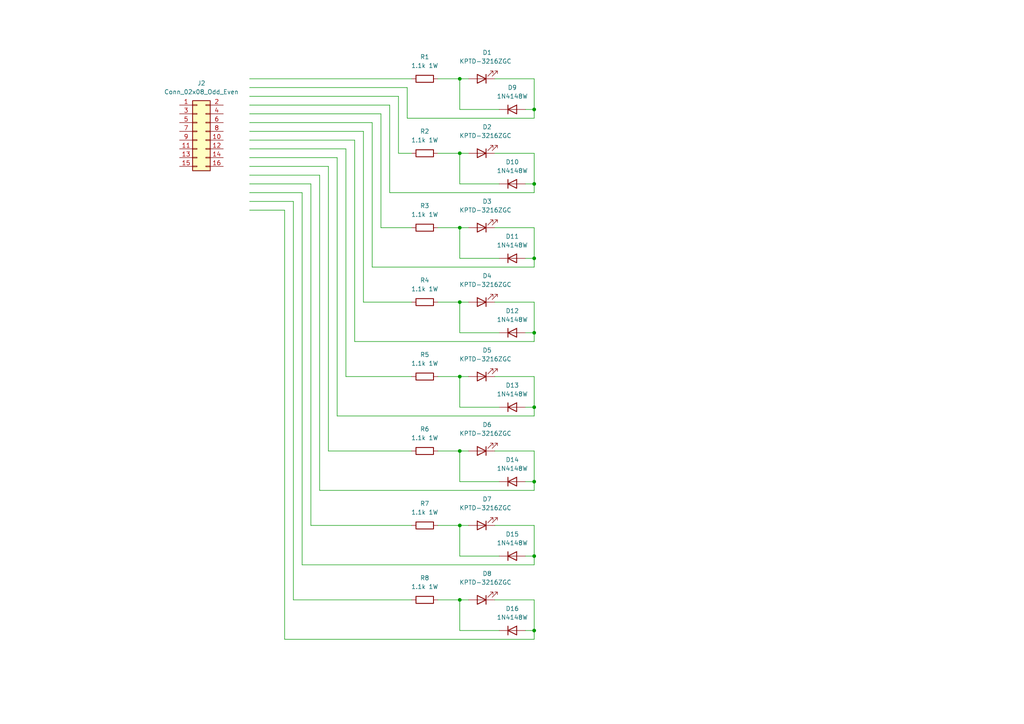
<source format=kicad_sch>
(kicad_sch (version 20231120) (generator "eeschema") (generator_version "8.0")
  (paper "A4")
  (lib_symbols
    (symbol "NextPCB:1N4148W" (pin_numbers hide) (pin_names (offset 1.016) hide)
      (property "Reference" "D" (at 0 2.54 0))
      (property "Value" "1N4148W" (at 0 -2.54 0))
      (symbol "1N4148W_0_1"
        (polyline (pts (xy -1.27 1.27) (xy -1.27 -1.27)) (stroke (width 0.254)))
        (polyline (pts (xy 1.27 0) (xy -1.27 0)))
        (polyline (pts (xy 1.27 1.27) (xy 1.27 -1.27) (xy -1.27 0) (xy 1.27 1.27)) (stroke (width 0.254)))
      )
      (symbol "1N4148W_1_1"
        (pin passive line (at -3.81 0 0) (length 2.54) (name "K") (number "1"))
        (pin passive line (at 3.81 0 180) (length 2.54) (name "A") (number "2"))
      )
    )
    (symbol "NextPCB:Conn_02x08_pin_angle" (pin_names (offset 1.016) hide)
      (property "Reference" "J" (at 1.27 10.16 0))
      (property "Value" "Conn_02x08_Odd_Even" (at 1.27 -12.7 0))
      (symbol "Conn_02x08_pin_angle_1_1"
        (rectangle (start -1.27 -10.033) (end 0 -10.287) (stroke (width 0.1524)))
        (rectangle (start -1.27 -7.493) (end 0 -7.747) (stroke (width 0.1524)))
        (rectangle (start -1.27 -4.953) (end 0 -5.207) (stroke (width 0.1524)))
        (rectangle (start -1.27 -2.413) (end 0 -2.667) (stroke (width 0.1524)))
        (rectangle (start -1.27 0.127) (end 0 -0.127) (stroke (width 0.1524)))
        (rectangle (start -1.27 2.667) (end 0 2.413) (stroke (width 0.1524)))
        (rectangle (start -1.27 5.207) (end 0 4.953) (stroke (width 0.1524)))
        (rectangle (start -1.27 7.747) (end 0 7.493) (stroke (width 0.1524)))
        (rectangle (start -1.27 8.89) (end 3.81 -11.43) (stroke (width 0.254)) (fill (type background)))
        (rectangle (start 3.81 -10.033) (end 2.54 -10.287) (stroke (width 0.1524)))
        (rectangle (start 3.81 -7.493) (end 2.54 -7.747) (stroke (width 0.1524)))
        (rectangle (start 3.81 -4.953) (end 2.54 -5.207) (stroke (width 0.1524)))
        (rectangle (start 3.81 -2.413) (end 2.54 -2.667) (stroke (width 0.1524)))
        (rectangle (start 3.81 0.127) (end 2.54 -0.127) (stroke (width 0.1524)))
        (rectangle (start 3.81 2.667) (end 2.54 2.413) (stroke (width 0.1524)))
        (rectangle (start 3.81 5.207) (end 2.54 4.953) (stroke (width 0.1524)))
        (rectangle (start 3.81 7.747) (end 2.54 7.493) (stroke (width 0.1524)))
        (pin passive line (at -5.08 7.62 0) (length 3.81) (name "Pin_1") (number "1"))
        (pin passive line (at 7.62 -2.54 180) (length 3.81) (name "Pin_10") (number "10"))
        (pin passive line (at -5.08 -5.08 0) (length 3.81) (name "Pin_11") (number "11"))
        (pin passive line (at 7.62 -5.08 180) (length 3.81) (name "Pin_12") (number "12"))
        (pin passive line (at -5.08 -7.62 0) (length 3.81) (name "Pin_13") (number "13"))
        (pin passive line (at 7.62 -7.62 180) (length 3.81) (name "Pin_14") (number "14"))
        (pin passive line (at -5.08 -10.16 0) (length 3.81) (name "Pin_15") (number "15"))
        (pin passive line (at 7.62 -10.16 180) (length 3.81) (name "Pin_16") (number "16"))
        (pin passive line (at 7.62 7.62 180) (length 3.81) (name "Pin_2") (number "2"))
        (pin passive line (at -5.08 5.08 0) (length 3.81) (name "Pin_3") (number "3"))
        (pin passive line (at 7.62 5.08 180) (length 3.81) (name "Pin_4") (number "4"))
        (pin passive line (at -5.08 2.54 0) (length 3.81) (name "Pin_5") (number "5"))
        (pin passive line (at 7.62 2.54 180) (length 3.81) (name "Pin_6") (number "6"))
        (pin passive line (at -5.08 0 0) (length 3.81) (name "Pin_7") (number "7"))
        (pin passive line (at 7.62 0 180) (length 3.81) (name "Pin_8") (number "8"))
        (pin passive line (at -5.08 -2.54 0) (length 3.81) (name "Pin_9") (number "9"))
      )
    )
    (symbol "NextPCB:LED_KPTD-3216ZGC" (pin_numbers hide) (pin_names (offset 1.016) hide)
      (property "Reference" "D" (at 0 2.54 0))
      (property "Value" "KPTD-3216ZGC " (at 0 -2.54 0))
      (symbol "LED_KPTD-3216ZGC_0_1"
        (polyline (pts (xy -1.27 -1.27) (xy -1.27 1.27)) (stroke (width 0.254)))
        (polyline (pts (xy -1.27 0) (xy 1.27 0)))
        (polyline (pts (xy 1.27 -1.27) (xy 1.27 1.27) (xy -1.27 0) (xy 1.27 -1.27)) (stroke (width 0.254)))
        (polyline (pts (xy -3.048 -0.762) (xy -4.572 -2.286) (xy -3.81 -2.286) (xy -4.572 -2.286) (xy -4.572 -1.524)))
        (polyline (pts (xy -1.778 -0.762) (xy -3.302 -2.286) (xy -2.54 -2.286) (xy -3.302 -2.286) (xy -3.302 -1.524)))
      )
      (symbol "LED_KPTD-3216ZGC_1_1"
        (pin passive line (at -3.81 0 0) (length 2.54) (name "K") (number "1"))
        (pin passive line (at 3.81 0 180) (length 2.54) (name "A") (number "2"))
      )
    )
    (symbol "NextPCB:R_1.1k_1W" (pin_numbers hide) (pin_names (offset 0))
      (property "Reference" "R" (at 2.032 0 90))
      (property "Value" "1.1k 1W" (at 0 0 90))
      (symbol "R_1.1k_1W_0_1"
        (rectangle (start -1.016 -2.54) (end 1.016 2.54) (stroke (width 0.254)))
      )
      (symbol "R_1.1k_1W_1_1"
        (pin passive line (at 0 3.81 270) (length 1.27) (name "~") (number "1"))
        (pin passive line (at 0 -3.81 90) (length 1.27) (name "~") (number "2"))
      )
    )
  )
  (junction (at 154.94 139.7))
  (junction (at 154.94 182.88))
  (junction (at 154.94 74.93))
  (junction (at 154.94 96.52))
  (junction (at 133.35 173.99))
  (junction (at 133.35 44.45))
  (junction (at 133.35 22.86))
  (junction (at 154.94 161.29))
  (junction (at 133.35 87.63))
  (junction (at 133.35 66.04))
  (junction (at 154.94 31.75))
  (junction (at 133.35 152.4))
  (junction (at 154.94 118.11))
  (junction (at 133.35 130.81))
  (junction (at 154.94 53.34))
  (junction (at 133.35 109.22))
  (wire (pts (xy 72.39 27.94) (xy 115.57 27.94)))
  (wire (pts (xy 144.78 74.93) (xy 133.35 74.93)))
  (wire (pts (xy 144.78 96.52) (xy 133.35 96.52)))
  (wire (pts (xy 144.78 139.7) (xy 133.35 139.7)))
  (wire (pts (xy 152.4 118.11) (xy 154.94 118.11)))
  (wire (pts (xy 154.94 142.24) (xy 154.94 139.7)))
  (wire (pts (xy 110.49 66.04) (xy 110.49 33.02)))
  (wire (pts (xy 72.39 22.86) (xy 119.38 22.86)))
  (wire (pts (xy 154.94 74.93) (xy 154.94 66.04)))
  (wire (pts (xy 72.39 50.8) (xy 92.71 50.8)))
  (wire (pts (xy 97.79 120.65) (xy 97.79 45.72)))
  (wire (pts (xy 100.33 43.18) (xy 72.39 43.18)))
  (wire (pts (xy 105.41 38.1) (xy 72.39 38.1)))
  (wire (pts (xy 143.51 66.04) (xy 154.94 66.04)))
  (wire (pts (xy 133.35 87.63) (xy 135.89 87.63)))
  (wire (pts (xy 119.38 87.63) (xy 105.41 87.63)))
  (wire (pts (xy 144.78 161.29) (xy 133.35 161.29)))
  (wire (pts (xy 85.09 58.42) (xy 72.39 58.42)))
  (wire (pts (xy 102.87 40.64) (xy 72.39 40.64)))
  (wire (pts (xy 154.94 185.42) (xy 154.94 182.88)))
  (wire (pts (xy 95.25 130.81) (xy 95.25 48.26)))
  (wire (pts (xy 152.4 53.34) (xy 154.94 53.34)))
  (wire (pts (xy 133.35 96.52) (xy 133.35 87.63)))
  (wire (pts (xy 152.4 31.75) (xy 154.94 31.75)))
  (wire (pts (xy 143.51 109.22) (xy 154.94 109.22)))
  (wire (pts (xy 154.94 31.75) (xy 154.94 22.86)))
  (wire (pts (xy 144.78 182.88) (xy 133.35 182.88)))
  (wire (pts (xy 113.03 55.88) (xy 154.94 55.88)))
  (wire (pts (xy 100.33 109.22) (xy 100.33 43.18)))
  (wire (pts (xy 133.35 109.22) (xy 135.89 109.22)))
  (wire (pts (xy 119.38 109.22) (xy 100.33 109.22)))
  (wire (pts (xy 143.51 130.81) (xy 154.94 130.81)))
  (wire (pts (xy 127 22.86) (xy 133.35 22.86)))
  (wire (pts (xy 87.63 163.83) (xy 154.94 163.83)))
  (wire (pts (xy 143.51 22.86) (xy 154.94 22.86)))
  (wire (pts (xy 154.94 182.88) (xy 154.94 173.99)))
  (wire (pts (xy 152.4 161.29) (xy 154.94 161.29)))
  (wire (pts (xy 82.55 185.42) (xy 154.94 185.42)))
  (wire (pts (xy 144.78 31.75) (xy 133.35 31.75)))
  (wire (pts (xy 110.49 66.04) (xy 119.38 66.04)))
  (wire (pts (xy 90.17 53.34) (xy 72.39 53.34)))
  (wire (pts (xy 143.51 87.63) (xy 154.94 87.63)))
  (wire (pts (xy 143.51 44.45) (xy 154.94 44.45)))
  (wire (pts (xy 105.41 87.63) (xy 105.41 38.1)))
  (wire (pts (xy 143.51 152.4) (xy 154.94 152.4)))
  (wire (pts (xy 154.94 96.52) (xy 154.94 87.63)))
  (wire (pts (xy 133.35 53.34) (xy 133.35 44.45)))
  (wire (pts (xy 119.38 130.81) (xy 95.25 130.81)))
  (wire (pts (xy 133.35 66.04) (xy 135.89 66.04)))
  (wire (pts (xy 154.94 118.11) (xy 154.94 109.22)))
  (wire (pts (xy 119.38 152.4) (xy 90.17 152.4)))
  (wire (pts (xy 143.51 173.99) (xy 154.94 173.99)))
  (wire (pts (xy 90.17 152.4) (xy 90.17 53.34)))
  (wire (pts (xy 95.25 48.26) (xy 72.39 48.26)))
  (wire (pts (xy 118.11 34.29) (xy 154.94 34.29)))
  (wire (pts (xy 152.4 139.7) (xy 154.94 139.7)))
  (wire (pts (xy 118.11 25.4) (xy 72.39 25.4)))
  (wire (pts (xy 127 152.4) (xy 133.35 152.4)))
  (wire (pts (xy 127 109.22) (xy 133.35 109.22)))
  (wire (pts (xy 97.79 45.72) (xy 72.39 45.72)))
  (wire (pts (xy 154.94 77.47) (xy 154.94 74.93)))
  (wire (pts (xy 72.39 55.88) (xy 87.63 55.88)))
  (wire (pts (xy 133.35 22.86) (xy 135.89 22.86)))
  (wire (pts (xy 154.94 161.29) (xy 154.94 152.4)))
  (wire (pts (xy 115.57 44.45) (xy 115.57 27.94)))
  (wire (pts (xy 133.35 161.29) (xy 133.35 152.4)))
  (wire (pts (xy 118.11 25.4) (xy 118.11 34.29)))
  (wire (pts (xy 133.35 139.7) (xy 133.35 130.81)))
  (wire (pts (xy 127 87.63) (xy 133.35 87.63)))
  (wire (pts (xy 92.71 50.8) (xy 92.71 142.24)))
  (wire (pts (xy 133.35 182.88) (xy 133.35 173.99)))
  (wire (pts (xy 133.35 118.11) (xy 133.35 109.22)))
  (wire (pts (xy 110.49 33.02) (xy 72.39 33.02)))
  (wire (pts (xy 154.94 139.7) (xy 154.94 130.81)))
  (wire (pts (xy 119.38 173.99) (xy 85.09 173.99)))
  (wire (pts (xy 113.03 30.48) (xy 113.03 55.88)))
  (wire (pts (xy 107.95 35.56) (xy 107.95 77.47)))
  (wire (pts (xy 127 44.45) (xy 133.35 44.45)))
  (wire (pts (xy 127 66.04) (xy 133.35 66.04)))
  (wire (pts (xy 154.94 120.65) (xy 154.94 118.11)))
  (wire (pts (xy 133.35 173.99) (xy 135.89 173.99)))
  (wire (pts (xy 133.35 31.75) (xy 133.35 22.86)))
  (wire (pts (xy 82.55 60.96) (xy 82.55 185.42)))
  (wire (pts (xy 133.35 44.45) (xy 135.89 44.45)))
  (wire (pts (xy 133.35 130.81) (xy 135.89 130.81)))
  (wire (pts (xy 72.39 60.96) (xy 82.55 60.96)))
  (wire (pts (xy 154.94 163.83) (xy 154.94 161.29)))
  (wire (pts (xy 154.94 53.34) (xy 154.94 44.45)))
  (wire (pts (xy 127 130.81) (xy 133.35 130.81)))
  (wire (pts (xy 152.4 182.88) (xy 154.94 182.88)))
  (wire (pts (xy 154.94 120.65) (xy 97.79 120.65)))
  (wire (pts (xy 133.35 152.4) (xy 135.89 152.4)))
  (wire (pts (xy 72.39 35.56) (xy 107.95 35.56)))
  (wire (pts (xy 92.71 142.24) (xy 154.94 142.24)))
  (wire (pts (xy 102.87 99.06) (xy 102.87 40.64)))
  (wire (pts (xy 154.94 99.06) (xy 154.94 96.52)))
  (wire (pts (xy 154.94 99.06) (xy 102.87 99.06)))
  (wire (pts (xy 87.63 55.88) (xy 87.63 163.83)))
  (wire (pts (xy 107.95 77.47) (xy 154.94 77.47)))
  (wire (pts (xy 144.78 118.11) (xy 133.35 118.11)))
  (wire (pts (xy 85.09 173.99) (xy 85.09 58.42)))
  (wire (pts (xy 154.94 34.29) (xy 154.94 31.75)))
  (wire (pts (xy 154.94 55.88) (xy 154.94 53.34)))
  (wire (pts (xy 152.4 74.93) (xy 154.94 74.93)))
  (wire (pts (xy 72.39 30.48) (xy 113.03 30.48)))
  (wire (pts (xy 144.78 53.34) (xy 133.35 53.34)))
  (wire (pts (xy 152.4 96.52) (xy 154.94 96.52)))
  (wire (pts (xy 127 173.99) (xy 133.35 173.99)))
  (wire (pts (xy 133.35 74.93) (xy 133.35 66.04)))
  (wire (pts (xy 119.38 44.45) (xy 115.57 44.45)))
  (symbol (lib_id "NextPCB:1N4148W") (at 148.59 182.88 0) (unit 1)
    (property "Reference" "D16" (at 148.59 176.53 0))
    (property "Value" "1N4148W" (at 148.59 179.07 0))
    (property "Footprint" "Diode_SMD:D_SOD-123" (effects (hide yes)))
    (property "Description" "Diode" (effects (hide yes)))
    (property "Sim.Device" "D" (effects (hide yes)))
    (property "Sim.Pins" "1=K 2=A" (effects (hide yes)))
    (property "MfrPart" "1N4148W" (effects (hide yes)))
    (property "Manufacturer" "Jingdao" (effects (hide yes)))
    (property "HQPart" "DS0143597" (effects (hide yes)))
    (property "NextPCB_price" "0.00811" (effects (hide yes)))
    (property "NextPCB_url" "https://www.hqonline.com/product-detail/switching-diodes--small-signal--st-xianke--1n4148w-2500240525" (effects (hide yes)))
  )
  (symbol (lib_id "NextPCB:1N4148W") (at 148.59 74.93 0) (unit 1)
    (property "Reference" "D11" (at 148.59 68.58 0))
    (property "Value" "1N4148W" (at 148.59 71.12 0))
    (property "Footprint" "Diode_SMD:D_SOD-123" (effects (hide yes)))
    (property "Description" "Diode" (effects (hide yes)))
    (property "Sim.Device" "D" (effects (hide yes)))
    (property "Sim.Pins" "1=K 2=A" (effects (hide yes)))
    (property "MfrPart" "1N4148W" (effects (hide yes)))
    (property "Manufacturer" "Jingdao" (effects (hide yes)))
    (property "HQPart" "DS0143597" (effects (hide yes)))
    (property "NextPCB_price" "0.00811" (effects (hide yes)))
    (property "NextPCB_url" "https://www.hqonline.com/product-detail/switching-diodes--small-signal--st-xianke--1n4148w-2500240525" (effects (hide yes)))
  )
  (symbol (lib_id "NextPCB:Conn_02x08_pin_angle") (at 57.15 38.1 0) (unit 1)
    (property "Reference" "J2" (at 58.42 24.13 0))
    (property "Value" "Conn_02x08_Odd_Even" (at 58.42 26.67 0))
    (property "Footprint" "NextPCB:Conn_02x08_pin_angle" (effects (hide yes)))
    (property "Description" "Generic connector, double row, 02x08, odd/even pin numbering scheme (row 1 odd numbers, row 2 even numbers), script generated (kicad-library-utils/schlib/autogen/connector/)" (effects (hide yes)))
  )
  (symbol (lib_id "NextPCB:LED_KPTD-3216ZGC") (at 139.7 44.45 180) (unit 1)
    (property "Reference" "D2" (at 141.2875 36.83 0))
    (property "Value" "KPTD-3216ZGC " (at 141.2875 39.37 0))
    (property "Footprint" "NextPCB:LED_KPTD-3216ZGC" (effects (hide yes)))
    (property "Datasheet" "https://www.kingbright.com/content/listitem/psearch/170" (effects (hide yes)))
    (property "Description" "Light emitting diode" (effects (hide yes)))
    (property "Manufacturer" "Kingbright" (effects (hide yes)))
    (property "NextPCB_price" "0.39735" (effects (hide yes)))
    (property "NextPCB_url" "https://www.hqonline.com/product-detail/kingbright-kptd-3216zgc-1007375095" (effects (hide yes)))
  )
  (symbol (lib_id "NextPCB:1N4148W") (at 148.59 139.7 0) (unit 1)
    (property "Reference" "D14" (at 148.59 133.35 0))
    (property "Value" "1N4148W" (at 148.59 135.89 0))
    (property "Footprint" "Diode_SMD:D_SOD-123" (effects (hide yes)))
    (property "Description" "Diode" (effects (hide yes)))
    (property "Sim.Device" "D" (effects (hide yes)))
    (property "Sim.Pins" "1=K 2=A" (effects (hide yes)))
    (property "MfrPart" "1N4148W" (effects (hide yes)))
    (property "Manufacturer" "Jingdao" (effects (hide yes)))
    (property "HQPart" "DS0143597" (effects (hide yes)))
    (property "NextPCB_price" "0.00811" (effects (hide yes)))
    (property "NextPCB_url" "https://www.hqonline.com/product-detail/switching-diodes--small-signal--st-xianke--1n4148w-2500240525" (effects (hide yes)))
  )
  (symbol (lib_id "NextPCB:LED_KPTD-3216ZGC") (at 139.7 173.99 180) (unit 1)
    (property "Reference" "D8" (at 141.2875 166.37 0))
    (property "Value" "KPTD-3216ZGC " (at 141.2875 168.91 0))
    (property "Footprint" "NextPCB:LED_KPTD-3216ZGC" (effects (hide yes)))
    (property "Datasheet" "https://www.kingbright.com/content/listitem/psearch/170" (effects (hide yes)))
    (property "Description" "Light emitting diode" (effects (hide yes)))
    (property "Manufacturer" "Kingbright" (effects (hide yes)))
    (property "NextPCB_price" "0.39735" (effects (hide yes)))
    (property "NextPCB_url" "https://www.hqonline.com/product-detail/kingbright-kptd-3216zgc-1007375095" (effects (hide yes)))
  )
  (symbol (lib_id "NextPCB:R_1.1k_1W") (at 123.19 109.22 90) (unit 1)
    (property "Reference" "R5" (at 123.19 102.87 90))
    (property "Value" "1.1k 1W" (at 123.19 105.41 90))
    (property "Footprint" "Resistor_SMD:R_2512_6332Metric_Pad1.40x3.35mm_HandSolder" (effects (hide yes)))
    (property "Datasheet" "https://www.hqonline.com/product-detail/chip-resistors-fojan-frc2512f1101ts-2500371841" (effects (hide yes)))
    (property "Description" "Resistor" (effects (hide yes)))
    (property "MfgPart" "FRC2512F1101TS" (effects (hide yes)))
    (property "HQPart" "RE0461845" (effects (hide yes)))
    (property "NextPCB_price" "0.01655" (effects (hide yes)))
    (property "NextPCB_url" "https://www.hqonline.com/product-detail/chip-resistors-fojan-frc2512f1101ts-2500371841" (effects (hide yes)))
  )
  (symbol (lib_id "NextPCB:LED_KPTD-3216ZGC") (at 139.7 87.63 180) (unit 1)
    (property "Reference" "D4" (at 141.2875 80.01 0))
    (property "Value" "KPTD-3216ZGC " (at 141.2875 82.55 0))
    (property "Footprint" "NextPCB:LED_KPTD-3216ZGC" (effects (hide yes)))
    (property "Datasheet" "https://www.kingbright.com/content/listitem/psearch/170" (effects (hide yes)))
    (property "Description" "Light emitting diode" (effects (hide yes)))
    (property "Manufacturer" "Kingbright" (effects (hide yes)))
    (property "NextPCB_price" "0.39735" (effects (hide yes)))
    (property "NextPCB_url" "https://www.hqonline.com/product-detail/kingbright-kptd-3216zgc-1007375095" (effects (hide yes)))
  )
  (symbol (lib_id "NextPCB:R_1.1k_1W") (at 123.19 152.4 90) (unit 1)
    (property "Reference" "R7" (at 123.19 146.05 90))
    (property "Value" "1.1k 1W" (at 123.19 148.59 90))
    (property "Footprint" "Resistor_SMD:R_2512_6332Metric_Pad1.40x3.35mm_HandSolder" (effects (hide yes)))
    (property "Datasheet" "https://www.hqonline.com/product-detail/chip-resistors-fojan-frc2512f1101ts-2500371841" (effects (hide yes)))
    (property "Description" "Resistor" (effects (hide yes)))
    (property "MfgPart" "FRC2512F1101TS" (effects (hide yes)))
    (property "HQPart" "RE0461845" (effects (hide yes)))
    (property "NextPCB_price" "0.01655" (effects (hide yes)))
    (property "NextPCB_url" "https://www.hqonline.com/product-detail/chip-resistors-fojan-frc2512f1101ts-2500371841" (effects (hide yes)))
  )
  (symbol (lib_id "NextPCB:R_1.1k_1W") (at 123.19 66.04 90) (unit 1)
    (property "Reference" "R3" (at 123.19 59.69 90))
    (property "Value" "1.1k 1W" (at 123.19 62.23 90))
    (property "Footprint" "Resistor_SMD:R_2512_6332Metric_Pad1.40x3.35mm_HandSolder" (effects (hide yes)))
    (property "Datasheet" "https://www.hqonline.com/product-detail/chip-resistors-fojan-frc2512f1101ts-2500371841" (effects (hide yes)))
    (property "Description" "Resistor" (effects (hide yes)))
    (property "MfgPart" "FRC2512F1101TS" (effects (hide yes)))
    (property "HQPart" "RE0461845" (effects (hide yes)))
    (property "NextPCB_price" "0.01655" (effects (hide yes)))
    (property "NextPCB_url" "https://www.hqonline.com/product-detail/chip-resistors-fojan-frc2512f1101ts-2500371841" (effects (hide yes)))
  )
  (symbol (lib_id "NextPCB:1N4148W") (at 148.59 96.52 0) (unit 1)
    (property "Reference" "D12" (at 148.59 90.17 0))
    (property "Value" "1N4148W" (at 148.59 92.71 0))
    (property "Footprint" "Diode_SMD:D_SOD-123" (effects (hide yes)))
    (property "Description" "Diode" (effects (hide yes)))
    (property "Sim.Device" "D" (effects (hide yes)))
    (property "Sim.Pins" "1=K 2=A" (effects (hide yes)))
    (property "MfrPart" "1N4148W" (effects (hide yes)))
    (property "Manufacturer" "Jingdao" (effects (hide yes)))
    (property "HQPart" "DS0143597" (effects (hide yes)))
    (property "NextPCB_price" "0.00811" (effects (hide yes)))
    (property "NextPCB_url" "https://www.hqonline.com/product-detail/switching-diodes--small-signal--st-xianke--1n4148w-2500240525" (effects (hide yes)))
  )
  (symbol (lib_id "NextPCB:1N4148W") (at 148.59 118.11 0) (unit 1)
    (property "Reference" "D13" (at 148.59 111.76 0))
    (property "Value" "1N4148W" (at 148.59 114.3 0))
    (property "Footprint" "Diode_SMD:D_SOD-123" (effects (hide yes)))
    (property "Description" "Diode" (effects (hide yes)))
    (property "Sim.Device" "D" (effects (hide yes)))
    (property "Sim.Pins" "1=K 2=A" (effects (hide yes)))
    (property "MfrPart" "1N4148W" (effects (hide yes)))
    (property "Manufacturer" "Jingdao" (effects (hide yes)))
    (property "HQPart" "DS0143597" (effects (hide yes)))
    (property "NextPCB_price" "0.00811" (effects (hide yes)))
    (property "NextPCB_url" "https://www.hqonline.com/product-detail/switching-diodes--small-signal--st-xianke--1n4148w-2500240525" (effects (hide yes)))
  )
  (symbol (lib_id "NextPCB:R_1.1k_1W") (at 123.19 130.81 90) (unit 1)
    (property "Reference" "R6" (at 123.19 124.46 90))
    (property "Value" "1.1k 1W" (at 123.19 127 90))
    (property "Footprint" "Resistor_SMD:R_2512_6332Metric_Pad1.40x3.35mm_HandSolder" (effects (hide yes)))
    (property "Datasheet" "https://www.hqonline.com/product-detail/chip-resistors-fojan-frc2512f1101ts-2500371841" (effects (hide yes)))
    (property "Description" "Resistor" (effects (hide yes)))
    (property "MfgPart" "FRC2512F1101TS" (effects (hide yes)))
    (property "HQPart" "RE0461845" (effects (hide yes)))
    (property "NextPCB_price" "0.01655" (effects (hide yes)))
    (property "NextPCB_url" "https://www.hqonline.com/product-detail/chip-resistors-fojan-frc2512f1101ts-2500371841" (effects (hide yes)))
  )
  (symbol (lib_id "NextPCB:1N4148W") (at 148.59 53.34 0) (unit 1)
    (property "Reference" "D10" (at 148.59 46.99 0))
    (property "Value" "1N4148W" (at 148.59 49.53 0))
    (property "Footprint" "Diode_SMD:D_SOD-123" (effects (hide yes)))
    (property "Description" "Diode" (effects (hide yes)))
    (property "Sim.Device" "D" (effects (hide yes)))
    (property "Sim.Pins" "1=K 2=A" (effects (hide yes)))
    (property "MfrPart" "1N4148W" (effects (hide yes)))
    (property "Manufacturer" "Jingdao" (effects (hide yes)))
    (property "HQPart" "DS0143597" (effects (hide yes)))
    (property "NextPCB_price" "0.00811" (effects (hide yes)))
    (property "NextPCB_url" "https://www.hqonline.com/product-detail/switching-diodes--small-signal--st-xianke--1n4148w-2500240525" (effects (hide yes)))
  )
  (symbol (lib_id "NextPCB:R_1.1k_1W") (at 123.19 22.86 90) (unit 1)
    (property "Reference" "R1" (at 123.19 16.51 90))
    (property "Value" "1.1k 1W" (at 123.19 19.05 90))
    (property "Footprint" "Resistor_SMD:R_2512_6332Metric_Pad1.40x3.35mm_HandSolder" (effects (hide yes)))
    (property "Datasheet" "https://www.hqonline.com/product-detail/chip-resistors-fojan-frc2512f1101ts-2500371841" (effects (hide yes)))
    (property "Description" "Resistor" (effects (hide yes)))
    (property "MfgPart" "FRC2512F1101TS" (effects (hide yes)))
    (property "HQPart" "RE0461845" (effects (hide yes)))
    (property "NextPCB_price" "0.01655" (effects (hide yes)))
    (property "NextPCB_url" "https://www.hqonline.com/product-detail/chip-resistors-fojan-frc2512f1101ts-2500371841" (effects (hide yes)))
  )
  (symbol (lib_id "NextPCB:1N4148W") (at 148.59 161.29 0) (unit 1)
    (property "Reference" "D15" (at 148.59 154.94 0))
    (property "Value" "1N4148W" (at 148.59 157.48 0))
    (property "Footprint" "Diode_SMD:D_SOD-123" (effects (hide yes)))
    (property "Description" "Diode" (effects (hide yes)))
    (property "Sim.Device" "D" (effects (hide yes)))
    (property "Sim.Pins" "1=K 2=A" (effects (hide yes)))
    (property "MfrPart" "1N4148W" (effects (hide yes)))
    (property "Manufacturer" "Jingdao" (effects (hide yes)))
    (property "HQPart" "DS0143597" (effects (hide yes)))
    (property "NextPCB_price" "0.00811" (effects (hide yes)))
    (property "NextPCB_url" "https://www.hqonline.com/product-detail/switching-diodes--small-signal--st-xianke--1n4148w-2500240525" (effects (hide yes)))
  )
  (symbol (lib_id "NextPCB:R_1.1k_1W") (at 123.19 87.63 90) (unit 1)
    (property "Reference" "R4" (at 123.19 81.28 90))
    (property "Value" "1.1k 1W" (at 123.19 83.82 90))
    (property "Footprint" "Resistor_SMD:R_2512_6332Metric_Pad1.40x3.35mm_HandSolder" (effects (hide yes)))
    (property "Datasheet" "https://www.hqonline.com/product-detail/chip-resistors-fojan-frc2512f1101ts-2500371841" (effects (hide yes)))
    (property "Description" "Resistor" (effects (hide yes)))
    (property "MfgPart" "FRC2512F1101TS" (effects (hide yes)))
    (property "HQPart" "RE0461845" (effects (hide yes)))
    (property "NextPCB_price" "0.01655" (effects (hide yes)))
    (property "NextPCB_url" "https://www.hqonline.com/product-detail/chip-resistors-fojan-frc2512f1101ts-2500371841" (effects (hide yes)))
  )
  (symbol (lib_id "NextPCB:LED_KPTD-3216ZGC") (at 139.7 130.81 180) (unit 1)
    (property "Reference" "D6" (at 141.2875 123.19 0))
    (property "Value" "KPTD-3216ZGC " (at 141.2875 125.73 0))
    (property "Footprint" "NextPCB:LED_KPTD-3216ZGC" (effects (hide yes)))
    (property "Datasheet" "https://www.kingbright.com/content/listitem/psearch/170" (effects (hide yes)))
    (property "Description" "Light emitting diode" (effects (hide yes)))
    (property "Manufacturer" "Kingbright" (effects (hide yes)))
    (property "NextPCB_price" "0.39735" (effects (hide yes)))
    (property "NextPCB_url" "https://www.hqonline.com/product-detail/kingbright-kptd-3216zgc-1007375095" (effects (hide yes)))
  )
  (symbol (lib_id "NextPCB:LED_KPTD-3216ZGC") (at 139.7 66.04 180) (unit 1)
    (property "Reference" "D3" (at 141.2875 58.42 0))
    (property "Value" "KPTD-3216ZGC " (at 141.2875 60.96 0))
    (property "Footprint" "NextPCB:LED_KPTD-3216ZGC" (effects (hide yes)))
    (property "Datasheet" "https://www.kingbright.com/content/listitem/psearch/170" (effects (hide yes)))
    (property "Description" "Light emitting diode" (effects (hide yes)))
    (property "Manufacturer" "Kingbright" (effects (hide yes)))
    (property "NextPCB_price" "0.39735" (effects (hide yes)))
    (property "NextPCB_url" "https://www.hqonline.com/product-detail/kingbright-kptd-3216zgc-1007375095" (effects (hide yes)))
  )
  (symbol (lib_id "NextPCB:LED_KPTD-3216ZGC") (at 139.7 22.86 180) (unit 1)
    (property "Reference" "D1" (at 141.2875 15.24 0))
    (property "Value" "KPTD-3216ZGC " (at 141.2875 17.78 0))
    (property "Footprint" "NextPCB:LED_KPTD-3216ZGC" (effects (hide yes)))
    (property "Datasheet" "https://www.kingbright.com/content/listitem/psearch/170" (effects (hide yes)))
    (property "Description" "Light emitting diode" (effects (hide yes)))
    (property "Manufacturer" "Kingbright" (effects (hide yes)))
    (property "NextPCB_price" "0.39735" (effects (hide yes)))
    (property "NextPCB_url" "https://www.hqonline.com/product-detail/kingbright-kptd-3216zgc-1007375095" (effects (hide yes)))
  )
  (symbol (lib_id "NextPCB:R_1.1k_1W") (at 123.19 173.99 90) (unit 1)
    (property "Reference" "R8" (at 123.19 167.64 90))
    (property "Value" "1.1k 1W" (at 123.19 170.18 90))
    (property "Footprint" "Resistor_SMD:R_2512_6332Metric_Pad1.40x3.35mm_HandSolder" (effects (hide yes)))
    (property "Datasheet" "https://www.hqonline.com/product-detail/chip-resistors-fojan-frc2512f1101ts-2500371841" (effects (hide yes)))
    (property "Description" "Resistor" (effects (hide yes)))
    (property "MfgPart" "FRC2512F1101TS" (effects (hide yes)))
    (property "HQPart" "RE0461845" (effects (hide yes)))
    (property "NextPCB_price" "0.01655" (effects (hide yes)))
    (property "NextPCB_url" "https://www.hqonline.com/product-detail/chip-resistors-fojan-frc2512f1101ts-2500371841" (effects (hide yes)))
  )
  (symbol (lib_id "NextPCB:1N4148W") (at 148.59 31.75 0) (unit 1)
    (property "Reference" "D9" (at 148.59 25.4 0))
    (property "Value" "1N4148W" (at 148.59 27.94 0))
    (property "Footprint" "Diode_SMD:D_SOD-123" (effects (hide yes)))
    (property "Description" "Diode" (effects (hide yes)))
    (property "Sim.Device" "D" (effects (hide yes)))
    (property "Sim.Pins" "1=K 2=A" (effects (hide yes)))
    (property "MfrPart" "1N4148W" (effects (hide yes)))
    (property "Manufacturer" "Jingdao" (effects (hide yes)))
    (property "HQPart" "DS0143597" (effects (hide yes)))
    (property "NextPCB_price" "0.00811" (effects (hide yes)))
    (property "NextPCB_url" "https://www.hqonline.com/product-detail/switching-diodes--small-signal--st-xianke--1n4148w-2500240525" (effects (hide yes)))
  )
  (symbol (lib_id "NextPCB:R_1.1k_1W") (at 123.19 44.45 90) (unit 1)
    (property "Reference" "R2" (at 123.19 38.1 90))
    (property "Value" "1.1k 1W" (at 123.19 40.64 90))
    (property "Footprint" "Resistor_SMD:R_2512_6332Metric_Pad1.40x3.35mm_HandSolder" (effects (hide yes)))
    (property "Datasheet" "https://www.hqonline.com/product-detail/chip-resistors-fojan-frc2512f1101ts-2500371841" (effects (hide yes)))
    (property "Description" "Resistor" (effects (hide yes)))
    (property "MfgPart" "FRC2512F1101TS" (effects (hide yes)))
    (property "HQPart" "RE0461845" (effects (hide yes)))
    (property "NextPCB_price" "0.01655" (effects (hide yes)))
    (property "NextPCB_url" "https://www.hqonline.com/product-detail/chip-resistors-fojan-frc2512f1101ts-2500371841" (effects (hide yes)))
  )
  (symbol (lib_id "NextPCB:LED_KPTD-3216ZGC") (at 139.7 109.22 180) (unit 1)
    (property "Reference" "D5" (at 141.2875 101.6 0))
    (property "Value" "KPTD-3216ZGC " (at 141.2875 104.14 0))
    (property "Footprint" "NextPCB:LED_KPTD-3216ZGC" (effects (hide yes)))
    (property "Datasheet" "https://www.kingbright.com/content/listitem/psearch/170" (effects (hide yes)))
    (property "Description" "Light emitting diode" (effects (hide yes)))
    (property "Manufacturer" "Kingbright" (effects (hide yes)))
    (property "NextPCB_price" "0.39735" (effects (hide yes)))
    (property "NextPCB_url" "https://www.hqonline.com/product-detail/kingbright-kptd-3216zgc-1007375095" (effects (hide yes)))
  )
  (symbol (lib_id "NextPCB:LED_KPTD-3216ZGC") (at 139.7 152.4 180) (unit 1)
    (property "Reference" "D7" (at 141.2875 144.78 0))
    (property "Value" "KPTD-3216ZGC " (at 141.2875 147.32 0))
    (property "Footprint" "NextPCB:LED_KPTD-3216ZGC" (effects (hide yes)))
    (property "Datasheet" "https://www.kingbright.com/content/listitem/psearch/170" (effects (hide yes)))
    (property "Description" "Light emitting diode" (effects (hide yes)))
    (property "Manufacturer" "Kingbright" (effects (hide yes)))
    (property "NextPCB_price" "0.39735" (effects (hide yes)))
    (property "NextPCB_url" "https://www.hqonline.com/product-detail/kingbright-kptd-3216zgc-1007375095" (effects (hide yes)))
  )
)
</source>
